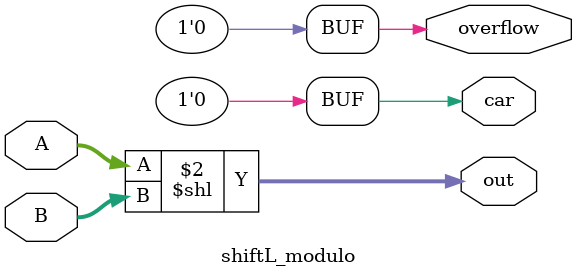
<source format=sv>
module shiftL_modulo #(parameter n = 8) (input logic[n-1:0] A, B, 
												 output logic [n-1:0] out,
												  output bit overflow,
												  output bit car);
	assign car = 0;
	assign overflow = 0;
	always_comb  begin
		out = A << B;
	end
endmodule

</source>
